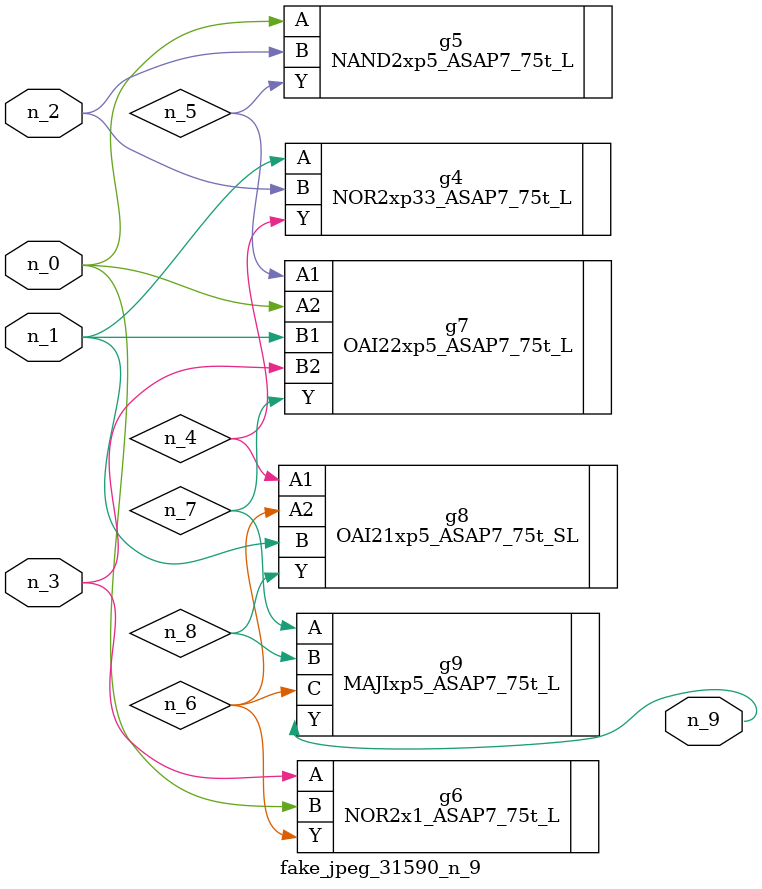
<source format=v>
module fake_jpeg_31590_n_9 (n_0, n_3, n_2, n_1, n_9);

input n_0;
input n_3;
input n_2;
input n_1;

output n_9;

wire n_4;
wire n_8;
wire n_6;
wire n_5;
wire n_7;

NOR2xp33_ASAP7_75t_L g4 ( 
.A(n_1),
.B(n_2),
.Y(n_4)
);

NAND2xp5_ASAP7_75t_L g5 ( 
.A(n_0),
.B(n_2),
.Y(n_5)
);

NOR2x1_ASAP7_75t_L g6 ( 
.A(n_3),
.B(n_0),
.Y(n_6)
);

OAI22xp5_ASAP7_75t_L g7 ( 
.A1(n_5),
.A2(n_0),
.B1(n_1),
.B2(n_3),
.Y(n_7)
);

MAJIxp5_ASAP7_75t_L g9 ( 
.A(n_7),
.B(n_8),
.C(n_6),
.Y(n_9)
);

OAI21xp5_ASAP7_75t_SL g8 ( 
.A1(n_4),
.A2(n_6),
.B(n_1),
.Y(n_8)
);


endmodule
</source>
